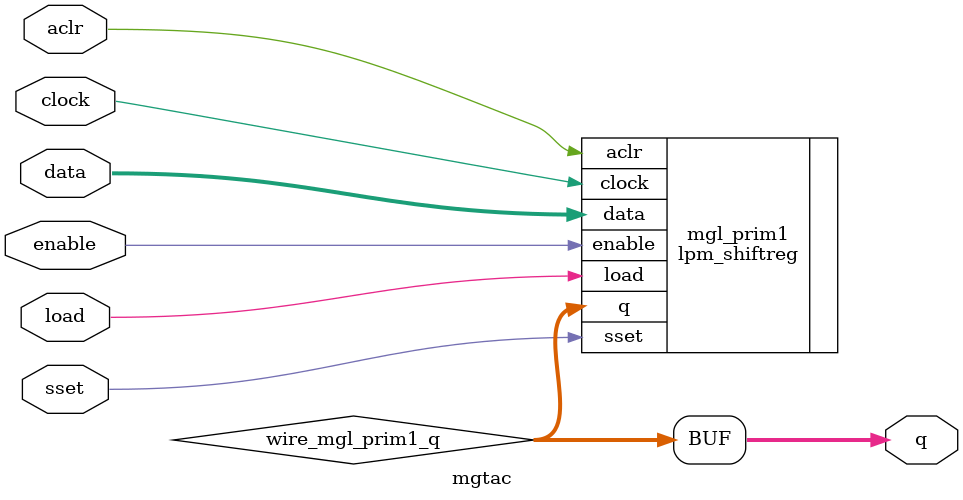
<source format=v>






//synthesis_resources = lpm_shiftreg 1 
//synopsys translate_off
`timescale 1 ps / 1 ps
//synopsys translate_on
module  mgtac
	( 
	aclr,
	clock,
	data,
	enable,
	load,
	q,
	sset) /* synthesis synthesis_clearbox=1 */;
	input   aclr;
	input   clock;
	input   [14:0]  data;
	input   enable;
	input   load;
	output   [14:0]  q;
	input   sset;

	wire  [14:0]   wire_mgl_prim1_q;

	lpm_shiftreg   mgl_prim1
	( 
	.aclr(aclr),
	.clock(clock),
	.data(data),
	.enable(enable),
	.load(load),
	.q(wire_mgl_prim1_q),
	.sset(sset));
	defparam
		mgl_prim1.lpm_direction = "LEFT",
		mgl_prim1.lpm_type = "LPM_SHIFTREG",
		mgl_prim1.lpm_width = 15;
	assign
		q = wire_mgl_prim1_q;
endmodule //mgtac
//VALID FILE

</source>
